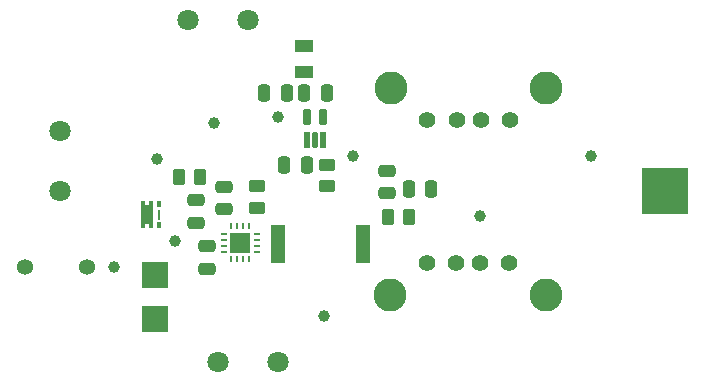
<source format=gts>
G04 #@! TF.GenerationSoftware,KiCad,Pcbnew,8.0.8*
G04 #@! TF.CreationDate,2025-03-29T15:23:23-07:00*
G04 #@! TF.ProjectId,RCA Radio Telescope,52434120-5261-4646-996f-2054656c6573,2.1*
G04 #@! TF.SameCoordinates,Original*
G04 #@! TF.FileFunction,Soldermask,Top*
G04 #@! TF.FilePolarity,Negative*
%FSLAX46Y46*%
G04 Gerber Fmt 4.6, Leading zero omitted, Abs format (unit mm)*
G04 Created by KiCad (PCBNEW 8.0.8) date 2025-03-29 15:23:23*
%MOMM*%
%LPD*%
G01*
G04 APERTURE LIST*
G04 Aperture macros list*
%AMRoundRect*
0 Rectangle with rounded corners*
0 $1 Rounding radius*
0 $2 $3 $4 $5 $6 $7 $8 $9 X,Y pos of 4 corners*
0 Add a 4 corners polygon primitive as box body*
4,1,4,$2,$3,$4,$5,$6,$7,$8,$9,$2,$3,0*
0 Add four circle primitives for the rounded corners*
1,1,$1+$1,$2,$3*
1,1,$1+$1,$4,$5*
1,1,$1+$1,$6,$7*
1,1,$1+$1,$8,$9*
0 Add four rect primitives between the rounded corners*
20,1,$1+$1,$2,$3,$4,$5,0*
20,1,$1+$1,$4,$5,$6,$7,0*
20,1,$1+$1,$6,$7,$8,$9,0*
20,1,$1+$1,$8,$9,$2,$3,0*%
G04 Aperture macros list end*
%ADD10C,0.000000*%
%ADD11C,1.422400*%
%ADD12C,2.800000*%
%ADD13C,1.000000*%
%ADD14RoundRect,0.250000X0.250000X0.475000X-0.250000X0.475000X-0.250000X-0.475000X0.250000X-0.475000X0*%
%ADD15R,4.000000X4.000000*%
%ADD16RoundRect,0.250000X0.475000X-0.250000X0.475000X0.250000X-0.475000X0.250000X-0.475000X-0.250000X0*%
%ADD17C,1.360000*%
%ADD18R,0.406400X0.508000*%
%ADD19R,0.279400X0.914400*%
%ADD20C,1.803400*%
%ADD21R,1.257300X3.251200*%
%ADD22RoundRect,0.250000X-0.475000X0.250000X-0.475000X-0.250000X0.475000X-0.250000X0.475000X0.250000X0*%
%ADD23RoundRect,0.250000X-0.262500X-0.450000X0.262500X-0.450000X0.262500X0.450000X-0.262500X0.450000X0*%
%ADD24RoundRect,0.250000X0.262500X0.450000X-0.262500X0.450000X-0.262500X-0.450000X0.262500X-0.450000X0*%
%ADD25RoundRect,0.250000X-0.450000X0.262500X-0.450000X-0.262500X0.450000X-0.262500X0.450000X0.262500X0*%
%ADD26R,0.599999X0.240000*%
%ADD27R,0.240000X0.599999*%
%ADD28R,1.679999X1.679999*%
%ADD29C,0.600000*%
%ADD30RoundRect,0.102000X0.187500X-0.585000X0.187500X0.585000X-0.187500X0.585000X-0.187500X-0.585000X0*%
%ADD31RoundRect,0.102000X0.150000X-0.585000X0.150000X0.585000X-0.150000X0.585000X-0.150000X-0.585000X0*%
%ADD32RoundRect,0.102000X0.200000X-0.585000X0.200000X0.585000X-0.200000X0.585000X-0.200000X-0.585000X0*%
%ADD33RoundRect,0.250000X-0.250000X-0.475000X0.250000X-0.475000X0.250000X0.475000X-0.250000X0.475000X0*%
%ADD34R,2.210000X2.180400*%
%ADD35R,1.498600X0.990600*%
G04 APERTURE END LIST*
D10*
G36*
X27453200Y-36795100D02*
G01*
X26396801Y-36795100D01*
X26396801Y-35194900D01*
X27453200Y-35194900D01*
X27453200Y-36795100D01*
G37*
D11*
X57657501Y-27949400D03*
X55157501Y-27949400D03*
X53157500Y-27949400D03*
D12*
X60727500Y-25239400D03*
D11*
X50657500Y-27949400D03*
D12*
X47587501Y-25239400D03*
D13*
X41900000Y-44600000D03*
D14*
X38750000Y-25700000D03*
X36850000Y-25700000D03*
D15*
X70800000Y-34000000D03*
D13*
X29280000Y-38200000D03*
D16*
X31100000Y-36650000D03*
X31100000Y-34750000D03*
D13*
X55100000Y-36100000D03*
D17*
X16575000Y-40415000D03*
X21825000Y-40415000D03*
D18*
X26600001Y-36895001D03*
X27250000Y-36895001D03*
X26600001Y-35094999D03*
X27250000Y-35094999D03*
X27899999Y-35094999D03*
X27899999Y-36895001D03*
D19*
X27900000Y-35995000D03*
D20*
X19525000Y-34006600D03*
X19525000Y-28926600D03*
D13*
X38000000Y-27700000D03*
D21*
X37974150Y-38500000D03*
X45225850Y-38500000D03*
D13*
X64500000Y-31000000D03*
D16*
X47200000Y-34150000D03*
X47200000Y-32250000D03*
D22*
X33400000Y-33600000D03*
X33400000Y-35500000D03*
X32000000Y-38650000D03*
X32000000Y-40550000D03*
D23*
X29587500Y-32800000D03*
X31412500Y-32800000D03*
D24*
X49112500Y-36200000D03*
X47287500Y-36200000D03*
D25*
X36200000Y-33587500D03*
X36200000Y-35412500D03*
D20*
X38006600Y-48475001D03*
X32926600Y-48475001D03*
D11*
X50592500Y-40050600D03*
X53092500Y-40050600D03*
X55092501Y-40050600D03*
D12*
X47522501Y-42760600D03*
D11*
X57592501Y-40050600D03*
D12*
X60662500Y-42760600D03*
D26*
X36199999Y-39100001D03*
X36199999Y-38600002D03*
X36199999Y-38100000D03*
X36199999Y-37600001D03*
D27*
X35549998Y-36950000D03*
X35049999Y-36950000D03*
X34549997Y-36950000D03*
X34049998Y-36950000D03*
D26*
X33400000Y-37600001D03*
X33400000Y-38100000D03*
X33400000Y-38600002D03*
X33400000Y-39100001D03*
D27*
X34049998Y-39749999D03*
X34549997Y-39749999D03*
X35049999Y-39749999D03*
X35549998Y-39749999D03*
D28*
X34799997Y-38350000D03*
D29*
X34210001Y-38939998D03*
X34210001Y-37760001D03*
X35389998Y-37760001D03*
X35389998Y-38939998D03*
X34799999Y-38350000D03*
D30*
X40462500Y-29640000D03*
D31*
X41150000Y-29640000D03*
D30*
X41812500Y-29640000D03*
D32*
X41800000Y-27700000D03*
X40500000Y-27700000D03*
D13*
X44400000Y-31000000D03*
D33*
X40250000Y-25700000D03*
X42150000Y-25700000D03*
D34*
X27600000Y-41100000D03*
X27600000Y-44814400D03*
D20*
X35506600Y-19475001D03*
X30426600Y-19475001D03*
D13*
X27800000Y-31300000D03*
D35*
X40250000Y-23892200D03*
X40250000Y-21707800D03*
D14*
X40450000Y-31800000D03*
X38550000Y-31800000D03*
D13*
X32600000Y-28200000D03*
X24100000Y-40400000D03*
D25*
X42150000Y-31737500D03*
X42150000Y-33562500D03*
D33*
X49100000Y-33800000D03*
X51000000Y-33800000D03*
M02*

</source>
